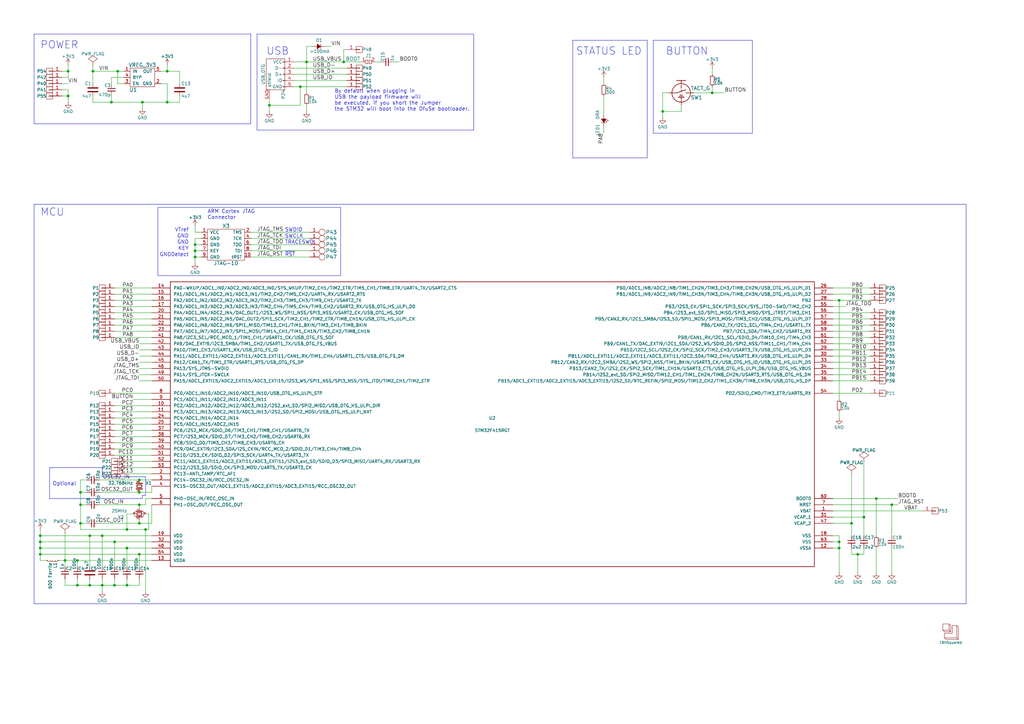
<source format=kicad_sch>
(kicad_sch (version 20230121) (generator eeschema)
  (paper "A3")
  (title_block (title "1BitSy") (rev "V1.0c") (company "1BitSquared") (comment 1 "(C) 2016 Piotr Esden-Tempski <piotr@esden.net>") (comment 2 "(C) 2016 1BitSquared LLC <info@1bitsquared.com>") (comment 3 "License: CC-BY-SA V4.0"))
  (junction (at 110.49 43.18))
  (junction (at 354.33 212.09))
  (junction (at 359.41 204.47))
  (junction (at 16.51 224.79))
  (junction (at 271.78 45.72))
  (junction (at 140.97 25.4))
  (junction (at 33.02 201.93))
  (junction (at 349.25 214.63))
  (junction (at 57.15 201.93))
  (junction (at 16.51 227.33))
  (junction (at 31.75 229.87))
  (junction (at 16.51 219.71))
  (junction (at 365.76 207.01))
  (junction (at 41.91 219.71))
  (junction (at 33.02 207.01))
  (junction (at 68.58 29.21))
  (junction (at 344.17 222.25))
  (junction (at 45.72 41.91))
  (junction (at 33.02 214.63))
  (junction (at 27.94 39.37))
  (junction (at 52.07 240.03))
  (junction (at 59.69 217.17))
  (junction (at 351.79 227.33))
  (junction (at 125.73 25.4))
  (junction (at 52.07 217.17))
  (junction (at 46.99 222.25))
  (junction (at 57.15 196.85))
  (junction (at 36.83 240.03))
  (junction (at 80.01 105.41))
  (junction (at 57.15 207.01))
  (junction (at 46.99 240.03))
  (junction (at 27.94 29.21))
  (junction (at 16.51 222.25))
  (junction (at 26.67 229.87))
  (junction (at 80.01 100.33))
  (junction (at 52.07 224.79))
  (junction (at 58.42 41.91))
  (junction (at 292.1 38.1))
  (junction (at 57.15 214.63))
  (junction (at 344.17 123.19))
  (junction (at 36.83 219.71))
  (junction (at 80.01 102.87))
  (junction (at 38.1 29.21))
  (junction (at 68.58 41.91))
  (junction (at 31.75 240.03))
  (junction (at 123.19 35.56))
  (junction (at 48.26 29.21))
  (junction (at 57.15 227.33))
  (junction (at 41.91 240.03))
  (junction (at 344.17 224.79))
  (polyline (pts (xy 13.97 83.82) (xy 396.24 83.82)))
  (wire (pts (xy 16.51 229.87) (xy 19.05 229.87)))
  (wire (pts (xy 140.97 20.32) (xy 140.97 25.4)))
  (wire (pts (xy 50.8 31.75) (xy 45.72 31.75)))
  (wire (pts (xy 26.67 229.87) (xy 26.67 232.41)))
  (wire (pts (xy 33.02 207.01) (xy 35.56 207.01)))
  (polyline (pts (xy 396.24 247.65) (xy 13.97 247.65)))
  (wire (pts (xy 46.99 168.91) (xy 62.23 168.91)))
  (wire (pts (xy 57.15 214.63) (xy 62.23 214.63)))
  (wire (pts (xy 52.07 237.49) (xy 52.07 240.03)))
  (wire (pts (xy 36.83 232.41) (xy 36.83 219.71)))
  (wire (pts (xy 354.33 189.23) (xy 354.33 212.09)))
  (wire (pts (xy 31.75 240.03) (xy 36.83 240.03)))
  (wire (pts (xy 123.19 43.18) (xy 123.19 35.56)))
  (wire (pts (xy 46.99 237.49) (xy 46.99 240.03)))
  (wire (pts (xy 359.41 224.79) (xy 359.41 234.95)))
  (wire (pts (xy 57.15 208.28) (xy 57.15 207.01)))
  (polyline (pts (xy 396.24 83.82) (xy 396.24 247.65)))
  (wire (pts (xy 25.4 29.21) (xy 27.94 29.21)))
  (wire (pts (xy 341.63 209.55) (xy 378.46 209.55)))
  (wire (pts (xy 341.63 219.71) (xy 344.17 219.71)))
  (wire (pts (xy 341.63 118.11) (xy 356.87 118.11)))
  (wire (pts (xy 54.61 210.82) (xy 52.07 210.82)))
  (wire (pts (xy 341.63 224.79) (xy 344.17 224.79)))
  (wire (pts (xy 52.07 194.31) (xy 62.23 194.31)))
  (wire (pts (xy 80.01 100.33) (xy 80.01 102.87)))
  (wire (pts (xy 48.26 29.21) (xy 50.8 29.21)))
  (wire (pts (xy 271.78 45.72) (xy 271.78 48.26)))
  (polyline (pts (xy 234.95 16.51) (xy 265.43 16.51)))
  (polyline (pts (xy 64.77 85.09) (xy 139.7 85.09)))
  (wire (pts (xy 135.89 19.05) (xy 133.35 19.05)))
  (polyline (pts (xy 139.7 85.09) (xy 139.7 113.03)))
  (wire (pts (xy 26.67 240.03) (xy 31.75 240.03)))
  (wire (pts (xy 120.65 33.02) (xy 142.24 33.02)))
  (wire (pts (xy 46.99 179.07) (xy 62.23 179.07)))
  (wire (pts (xy 26.67 218.44) (xy 26.67 229.87)))
  (wire (pts (xy 35.56 196.85) (xy 33.02 196.85)))
  (wire (pts (xy 102.87 95.25) (xy 127 95.25)))
  (wire (pts (xy 359.41 219.71) (xy 359.41 204.47)))
  (wire (pts (xy 46.99 186.69) (xy 62.23 186.69)))
  (wire (pts (xy 46.99 118.11) (xy 62.23 118.11)))
  (wire (pts (xy 62.23 153.67) (xy 57.15 153.67)))
  (wire (pts (xy 46.99 133.35) (xy 62.23 133.35)))
  (wire (pts (xy 41.91 232.41) (xy 41.91 219.71)))
  (wire (pts (xy 38.1 41.91) (xy 38.1 39.37)))
  (wire (pts (xy 59.69 204.47) (xy 62.23 204.47)))
  (polyline (pts (xy 59.69 195.58) (xy 41.91 195.58)))
  (wire (pts (xy 38.1 29.21) (xy 48.26 29.21)))
  (wire (pts (xy 16.51 222.25) (xy 16.51 224.79)))
  (polyline (pts (xy 41.91 191.77) (xy 20.32 191.77)))
  (polyline (pts (xy 102.87 13.97) (xy 13.97 13.97)))
  (wire (pts (xy 45.72 41.91) (xy 58.42 41.91)))
  (wire (pts (xy 57.15 207.01) (xy 59.69 207.01)))
  (wire (pts (xy 68.58 41.91) (xy 73.66 41.91)))
  (polyline (pts (xy 194.31 13.97) (xy 105.41 13.97)))
  (polyline (pts (xy 267.97 16.51) (xy 308.61 16.51)))
  (wire (pts (xy 62.23 201.93) (xy 62.23 199.39)))
  (polyline (pts (xy 41.91 195.58) (xy 41.91 191.77)))
  (wire (pts (xy 341.63 156.21) (xy 356.87 156.21)))
  (polyline (pts (xy 265.43 16.51) (xy 265.43 64.77)))
  (wire (pts (xy 40.64 214.63) (xy 57.15 214.63)))
  (wire (pts (xy 57.15 240.03) (xy 57.15 237.49)))
  (wire (pts (xy 27.94 36.83) (xy 27.94 39.37)))
  (wire (pts (xy 68.58 41.91) (xy 68.58 34.29)))
  (wire (pts (xy 46.99 240.03) (xy 52.07 240.03)))
  (wire (pts (xy 120.65 25.4) (xy 125.73 25.4)))
  (wire (pts (xy 46.99 222.25) (xy 62.23 222.25)))
  (wire (pts (xy 16.51 227.33) (xy 16.51 229.87)))
  (wire (pts (xy 52.07 210.82) (xy 52.07 217.17)))
  (wire (pts (xy 31.75 232.41) (xy 31.75 229.87)))
  (wire (pts (xy 341.63 135.89) (xy 356.87 135.89)))
  (wire (pts (xy 41.91 237.49) (xy 41.91 240.03)))
  (wire (pts (xy 46.99 123.19) (xy 62.23 123.19)))
  (wire (pts (xy 26.67 229.87) (xy 31.75 229.87)))
  (wire (pts (xy 279.4 43.18) (xy 279.4 45.72)))
  (wire (pts (xy 120.65 27.94) (xy 142.24 27.94)))
  (wire (pts (xy 341.63 125.73) (xy 346.71 125.73)))
  (wire (pts (xy 26.67 237.49) (xy 26.67 240.03)))
  (wire (pts (xy 344.17 224.79) (xy 344.17 234.95)))
  (wire (pts (xy 57.15 146.05) (xy 62.23 146.05)))
  (polyline (pts (xy 105.41 13.97) (xy 105.41 53.34)))
  (wire (pts (xy 142.24 20.32) (xy 140.97 20.32)))
  (wire (pts (xy 341.63 143.51) (xy 356.87 143.51)))
  (wire (pts (xy 46.99 125.73) (xy 62.23 125.73)))
  (wire (pts (xy 102.87 100.33) (xy 127 100.33)))
  (wire (pts (xy 59.69 207.01) (xy 59.69 204.47)))
  (wire (pts (xy 46.99 130.81) (xy 62.23 130.81)))
  (wire (pts (xy 36.83 219.71) (xy 41.91 219.71)))
  (wire (pts (xy 359.41 204.47) (xy 368.3 204.47)))
  (wire (pts (xy 284.48 38.1) (xy 292.1 38.1)))
  (wire (pts (xy 33.02 214.63) (xy 33.02 217.17)))
  (wire (pts (xy 33.02 201.93) (xy 33.02 207.01)))
  (wire (pts (xy 25.4 34.29) (xy 27.94 34.29)))
  (wire (pts (xy 274.32 38.1) (xy 271.78 38.1)))
  (wire (pts (xy 341.63 151.13) (xy 356.87 151.13)))
  (wire (pts (xy 120.65 35.56) (xy 123.19 35.56)))
  (wire (pts (xy 341.63 153.67) (xy 356.87 153.67)))
  (wire (pts (xy 82.55 97.79) (xy 80.01 97.79)))
  (polyline (pts (xy 234.95 64.77) (xy 234.95 16.51)))
  (polyline (pts (xy 308.61 54.61) (xy 267.97 54.61)))
  (wire (pts (xy 52.07 191.77) (xy 62.23 191.77)))
  (wire (pts (xy 58.42 41.91) (xy 68.58 41.91)))
  (wire (pts (xy 365.76 207.01) (xy 368.3 207.01)))
  (wire (pts (xy 365.76 224.79) (xy 365.76 234.95)))
  (wire (pts (xy 110.49 40.64) (xy 110.49 43.18)))
  (wire (pts (xy 52.07 217.17) (xy 59.69 217.17)))
  (wire (pts (xy 40.64 201.93) (xy 57.15 201.93)))
  (wire (pts (xy 62.23 148.59) (xy 57.15 148.59)))
  (polyline (pts (xy 308.61 16.51) (xy 308.61 54.61)))
  (wire (pts (xy 344.17 123.19) (xy 344.17 163.83)))
  (wire (pts (xy 349.25 224.79) (xy 349.25 227.33)))
  (wire (pts (xy 16.51 217.17) (xy 16.51 219.71)))
  (wire (pts (xy 16.51 219.71) (xy 16.51 222.25)))
  (polyline (pts (xy 194.31 53.34) (xy 194.31 13.97)))
  (wire (pts (xy 66.04 34.29) (xy 68.58 34.29)))
  (wire (pts (xy 341.63 120.65) (xy 356.87 120.65)))
  (wire (pts (xy 40.64 196.85) (xy 57.15 196.85)))
  (wire (pts (xy 82.55 95.25) (xy 80.01 95.25)))
  (polyline (pts (xy 20.32 191.77) (xy 20.32 204.47)))
  (wire (pts (xy 80.01 102.87) (xy 80.01 105.41)))
  (wire (pts (xy 16.51 227.33) (xy 57.15 227.33)))
  (wire (pts (xy 140.97 25.4) (xy 148.59 25.4)))
  (wire (pts (xy 125.73 19.05) (xy 125.73 25.4)))
  (wire (pts (xy 247.65 52.07) (xy 247.65 54.61)))
  (wire (pts (xy 16.51 222.25) (xy 46.99 222.25)))
  (wire (pts (xy 46.99 232.41) (xy 46.99 222.25)))
  (wire (pts (xy 46.99 161.29) (xy 62.23 161.29)))
  (wire (pts (xy 365.76 207.01) (xy 365.76 219.71)))
  (wire (pts (xy 292.1 38.1) (xy 292.1 35.56)))
  (wire (pts (xy 57.15 196.85) (xy 62.23 196.85)))
  (wire (pts (xy 25.4 36.83) (xy 27.94 36.83)))
  (wire (pts (xy 16.51 224.79) (xy 52.07 224.79)))
  (wire (pts (xy 59.69 210.82) (xy 60.96 210.82)))
  (wire (pts (xy 59.69 217.17) (xy 60.96 217.17)))
  (wire (pts (xy 125.73 25.4) (xy 140.97 25.4)))
  (wire (pts (xy 82.55 100.33) (xy 80.01 100.33)))
  (wire (pts (xy 46.99 184.15) (xy 62.23 184.15)))
  (polyline (pts (xy 58.42 203.2) (xy 59.69 203.2)))
  (wire (pts (xy 46.99 135.89) (xy 62.23 135.89)))
  (wire (pts (xy 31.75 237.49) (xy 31.75 240.03)))
  (wire (pts (xy 341.63 222.25) (xy 344.17 222.25)))
  (wire (pts (xy 54.61 163.83) (xy 62.23 163.83)))
  (wire (pts (xy 31.75 229.87) (xy 62.23 229.87)))
  (wire (pts (xy 341.63 204.47) (xy 359.41 204.47)))
  (wire (pts (xy 341.63 123.19) (xy 344.17 123.19)))
  (wire (pts (xy 27.94 31.75) (xy 25.4 31.75)))
  (wire (pts (xy 46.99 171.45) (xy 62.23 171.45)))
  (wire (pts (xy 161.29 25.4) (xy 163.83 25.4)))
  (wire (pts (xy 125.73 43.18) (xy 125.73 45.72)))
  (wire (pts (xy 16.51 224.79) (xy 16.51 227.33)))
  (wire (pts (xy 125.73 25.4) (xy 125.73 38.1)))
  (wire (pts (xy 354.33 212.09) (xy 354.33 219.71)))
  (wire (pts (xy 46.99 128.27) (xy 62.23 128.27)))
  (wire (pts (xy 38.1 41.91) (xy 45.72 41.91)))
  (wire (pts (xy 48.26 29.21) (xy 48.26 34.29)))
  (wire (pts (xy 41.91 240.03) (xy 41.91 242.57)))
  (wire (pts (xy 41.91 240.03) (xy 46.99 240.03)))
  (wire (pts (xy 46.99 166.37) (xy 62.23 166.37)))
  (wire (pts (xy 341.63 148.59) (xy 356.87 148.59)))
  (wire (pts (xy 102.87 97.79) (xy 127 97.79)))
  (wire (pts (xy 341.63 130.81) (xy 356.87 130.81)))
  (wire (pts (xy 62.23 143.51) (xy 57.15 143.51)))
  (wire (pts (xy 344.17 222.25) (xy 344.17 224.79)))
  (wire (pts (xy 36.83 237.49) (xy 36.83 240.03)))
  (polyline (pts (xy 102.87 50.8) (xy 102.87 13.97)))
  (polyline (pts (xy 13.97 13.97) (xy 13.97 50.8)))
  (wire (pts (xy 341.63 133.35) (xy 356.87 133.35)))
  (wire (pts (xy 247.65 39.37) (xy 247.65 46.99)))
  (wire (pts (xy 57.15 227.33) (xy 62.23 227.33)))
  (wire (pts (xy 102.87 102.87) (xy 127 102.87)))
  (wire (pts (xy 292.1 30.48) (xy 292.1 27.94)))
  (wire (pts (xy 271.78 38.1) (xy 271.78 45.72)))
  (wire (pts (xy 351.79 227.33) (xy 351.79 234.95)))
  (wire (pts (xy 62.23 140.97) (xy 57.15 140.97)))
  (wire (pts (xy 27.94 39.37) (xy 27.94 41.91)))
  (wire (pts (xy 57.15 201.93) (xy 62.23 201.93)))
  (wire (pts (xy 16.51 219.71) (xy 36.83 219.71)))
  (wire (pts (xy 46.99 173.99) (xy 62.23 173.99)))
  (wire (pts (xy 279.4 45.72) (xy 271.78 45.72)))
  (wire (pts (xy 247.65 31.75) (xy 247.65 34.29)))
  (wire (pts (xy 123.19 43.18) (xy 110.49 43.18)))
  (polyline (pts (xy 13.97 50.8) (xy 102.87 50.8)))
  (wire (pts (xy 52.07 240.03) (xy 57.15 240.03)))
  (wire (pts (xy 82.55 102.87) (xy 80.01 102.87)))
  (polyline (pts (xy 267.97 54.61) (xy 267.97 16.51)))
  (wire (pts (xy 57.15 213.36) (xy 57.15 214.63)))
  (wire (pts (xy 80.01 95.25) (xy 80.01 92.71)))
  (wire (pts (xy 341.63 207.01) (xy 365.76 207.01)))
  (wire (pts (xy 123.19 35.56) (xy 142.24 35.56)))
  (wire (pts (xy 45.72 31.75) (xy 45.72 34.29)))
  (wire (pts (xy 80.01 105.41) (xy 80.01 107.95)))
  (wire (pts (xy 102.87 105.41) (xy 127 105.41)))
  (wire (pts (xy 57.15 232.41) (xy 57.15 227.33)))
  (wire (pts (xy 153.67 25.4) (xy 156.21 25.4)))
  (wire (pts (xy 46.99 181.61) (xy 62.23 181.61)))
  (wire (pts (xy 38.1 26.67) (xy 38.1 29.21)))
  (wire (pts (xy 62.23 151.13) (xy 57.15 151.13)))
  (wire (pts (xy 341.63 212.09) (xy 354.33 212.09)))
  (wire (pts (xy 68.58 29.21) (xy 73.66 29.21)))
  (wire (pts (xy 80.01 97.79) (xy 80.01 100.33)))
  (wire (pts (xy 33.02 207.01) (xy 33.02 214.63)))
  (wire (pts (xy 27.94 26.67) (xy 27.94 29.21)))
  (wire (pts (xy 349.25 227.33) (xy 351.79 227.33)))
  (wire (pts (xy 68.58 26.67) (xy 68.58 29.21)))
  (wire (pts (xy 73.66 29.21) (xy 73.66 34.29)))
  (wire (pts (xy 349.25 214.63) (xy 349.25 219.71)))
  (wire (pts (xy 341.63 214.63) (xy 349.25 214.63)))
  (wire (pts (xy 110.49 43.18) (xy 110.49 45.72)))
  (polyline (pts (xy 105.41 53.34) (xy 194.31 53.34)))
  (wire (pts (xy 344.17 168.91) (xy 344.17 171.45)))
  (wire (pts (xy 52.07 232.41) (xy 52.07 224.79)))
  (polyline (pts (xy 13.97 247.65) (xy 13.97 83.82)))
  (wire (pts (xy 120.65 30.48) (xy 142.24 30.48)))
  (wire (pts (xy 58.42 41.91) (xy 58.42 44.45)))
  (wire (pts (xy 46.99 176.53) (xy 62.23 176.53)))
  (wire (pts (xy 38.1 29.21) (xy 38.1 34.29)))
  (wire (pts (xy 341.63 138.43) (xy 356.87 138.43)))
  (polyline (pts (xy 64.77 113.03) (xy 64.77 85.09)))
  (wire (pts (xy 125.73 19.05) (xy 128.27 19.05)))
  (wire (pts (xy 40.64 207.01) (xy 57.15 207.01)))
  (wire (pts (xy 27.94 39.37) (xy 25.4 39.37)))
  (wire (pts (xy 46.99 138.43) (xy 62.23 138.43)))
  (polyline (pts (xy 58.42 204.47) (xy 58.42 203.2)))
  (wire (pts (xy 349.25 194.31) (xy 349.25 214.63)))
  (wire (pts (xy 62.23 156.21) (xy 57.15 156.21)))
  (wire (pts (xy 36.83 240.03) (xy 41.91 240.03)))
  (polyline (pts (xy 265.43 64.77) (xy 234.95 64.77)))
  (wire (pts (xy 344.17 219.71) (xy 344.17 222.25)))
  (wire (pts (xy 344.17 123.19) (xy 356.87 123.19)))
  (polyline (pts (xy 59.69 203.2) (xy 59.69 195.58)))
  (wire (pts (xy 33.02 196.85) (xy 33.02 201.93)))
  (wire (pts (xy 27.94 29.21) (xy 27.94 31.75)))
  (wire (pts (xy 66.04 29.21) (xy 68.58 29.21)))
  (wire (pts (xy 48.26 34.29) (xy 50.8 34.29)))
  (wire (pts (xy 46.99 120.65) (xy 62.23 120.65)))
  (polyline (pts (xy 20.32 204.47) (xy 58.42 204.47)))
  (wire (pts (xy 41.91 219.71) (xy 62.23 219.71)))
  (wire (pts (xy 354.33 227.33) (xy 354.33 224.79)))
  (wire (pts (xy 24.13 229.87) (xy 26.67 229.87)))
  (wire (pts (xy 292.1 38.1) (xy 297.18 38.1)))
  (wire (pts (xy 33.02 214.63) (xy 35.56 214.63)))
  (wire (pts (xy 33.02 201.93) (xy 35.56 201.93)))
  (wire (pts (xy 60.96 210.82) (xy 60.96 217.17)))
  (wire (pts (xy 351.79 227.33) (xy 354.33 227.33)))
  (wire (pts (xy 59.69 217.17) (xy 59.69 242.57)))
  (wire (pts (xy 341.63 140.97) (xy 356.87 140.97)))
  (wire (pts (xy 341.63 146.05) (xy 356.87 146.05)))
  (polyline (pts (xy 139.7 113.03) (xy 64.77 113.03)))
  (wire (pts (xy 33.02 217.17) (xy 52.07 217.17)))
  (wire (pts (xy 73.66 41.91) (xy 73.66 39.37)))
  (wire (pts (xy 45.72 39.37) (xy 45.72 41.91)))
  (wire (pts (xy 341.63 128.27) (xy 356.87 128.27)))
  (wire (pts (xy 52.07 189.23) (xy 62.23 189.23)))
  (wire (pts (xy 341.63 161.29) (xy 356.87 161.29)))
  (wire (pts (xy 52.07 224.79) (xy 62.23 224.79)))
  (wire (pts (xy 82.55 105.41) (xy 80.01 105.41)))
  (wire (pts (xy 62.23 214.63) (xy 62.23 207.01)))
  (text "Optional" (at 21.59 199.39 0) (effects (font (size 1.524 1.524)) (justify left bottom)))
  (text "TRACESWO" (at 116.84 100.33 0) (effects (font (size 1.524 1.524)) (justify left bottom)))
  (text "BUTTON" (at 273.05 22.86 0) (effects (font (size 3.048 3.048)) (justify left bottom)))
  (text "USB" (at 109.22 22.86 0) (effects (font (size 3.048 3.048)) (justify left bottom)))
  (text "GND" (at 77.47 100.33 0) (effects (font (size 1.524 1.524)) (justify right bottom)))
  (text "GNDDetect" (at 77.47 105.41 0) (effects (font (size 1.524 1.524)) (justify right bottom)))
  (text "~{RST}" (at 116.84 105.41 0) (effects (font (size 1.524 1.524)) (justify left bottom)))
  (text "POWER" (at 16.51 20.32 0) (effects (font (size 3.048 3.048)) (justify left bottom)))
  (text "MCU" (at 16.51 88.9 0) (effects (font (size 3.048 3.048)) (justify left bottom)))
  (text "STATUS LED" (at 236.22 22.86 0) (effects (font (size 3.048 3.048)) (justify left bottom)))
  (text "KEY" (at 77.47 102.87 0) (effects (font (size 1.524 1.524)) (justify right bottom)))
  (text "ARM Cortex JTAG\nConnector" (at 85.09 90.17 0) (effects (font (size 1.524 1.524)) (justify left bottom)))
  (text "SWCLK" (at 116.84 97.79 0) (effects (font (size 1.524 1.524)) (justify left bottom)))
  (text "GND" (at 77.47 97.79 0) (effects (font (size 1.524 1.524)) (justify right bottom)))
  (text "VTref" (at 77.47 95.25 0) (effects (font (size 1.524 1.524)) (justify right bottom)))
  (text "By default when plugging in\nUSB the payload firmware will\nbe executed, if you short the Jumper\nthe STM32 will boot into the DfuSe bootloader." (at 137.16 45.72 0) (effects (font (size 1.524 1.524)) (justify left bottom)))
  (text "SWDIO" (at 116.84 95.25 0) (effects (font (size 1.524 1.524)) (justify left bottom)))
  (label "PC0" (at 54.61 161.29 180) (effects (font (size 1.524 1.524))))
  (label "PC6" (at 54.61 176.53 180) (effects (font (size 1.524 1.524))))
  (label "OSC32_IN" (at 53.34 196.85 180) (effects (font (size 1.524 1.524))))
  (label "PC4" (at 54.61 171.45 180) (effects (font (size 1.524 1.524))))
  (label "JTAG_TMS" (at 57.15 151.13 180) (effects (font (size 1.524 1.524))))
  (label "PC5" (at 54.61 173.99 180) (effects (font (size 1.524 1.524))))
  (label "PB4" (at 349.25 128.27 0) (effects (font (size 1.524 1.524))))
  (label "USB_D-" (at 128.27 27.94 0) (effects (font (size 1.524 1.524))))
  (label "PC2" (at 54.61 166.37 180) (effects (font (size 1.524 1.524))))
  (label "BOOT0" (at 368.3 204.47 0) (effects (font (size 1.524 1.524))))
  (label "PC7" (at 54.61 179.07 180) (effects (font (size 1.524 1.524))))
  (label "PC3" (at 54.61 168.91 180) (effects (font (size 1.524 1.524))))
  (label "PC11" (at 54.61 189.23 180) (effects (font (size 1.524 1.524))))
  (label "PB11" (at 349.25 146.05 0) (effects (font (size 1.524 1.524))))
  (label "PD2" (at 349.25 161.29 0) (effects (font (size 1.524 1.524))))
  (label "PC8" (at 54.61 181.61 180) (effects (font (size 1.524 1.524))))
  (label "USB_VBUS" (at 128.27 25.4 0) (effects (font (size 1.524 1.524))))
  (label "BOOT0" (at 163.83 25.4 0) (effects (font (size 1.524 1.524))))
  (label "JTAG_RST" (at 105.41 105.41 0) (effects (font (size 1.524 1.524))))
  (label "PB5" (at 349.25 130.81 0) (effects (font (size 1.524 1.524))))
  (label "PC12" (at 54.61 191.77 180) (effects (font (size 1.524 1.524))))
  (label "BUTTON" (at 297.18 38.1 0) (effects (font (size 1.524 1.524))))
  (label "JTAG_TDI" (at 57.15 156.21 180) (effects (font (size 1.524 1.524))))
  (label "JTAG_TDO" (at 346.71 125.73 0) (effects (font (size 1.524 1.524))))
  (label "PB7" (at 349.25 135.89 0) (effects (font (size 1.524 1.524))))
  (label "PA5" (at 54.61 130.81 180) (effects (font (size 1.524 1.524))))
  (label "OSC_IN" (at 50.8 207.01 180) (effects (font (size 1.524 1.524))))
  (label "OSC32_OUT" (at 54.61 201.93 180) (effects (font (size 1.524 1.524))))
  (label "PA8" (at 247.65 54.61 270) (effects (font (size 1.524 1.524))))
  (label "JTAG_TMS" (at 105.41 95.25 0) (effects (font (size 1.524 1.524))))
  (label "JTAG_TDI" (at 105.41 102.87 0) (effects (font (size 1.524 1.524))))
  (label "PA4" (at 54.61 128.27 180) (effects (font (size 1.524 1.524))))
  (label "JTAG_TDO" (at 105.41 100.33 0) (effects (font (size 1.524 1.524))))
  (label "PB2" (at 349.25 123.19 0) (effects (font (size 1.524 1.524))))
  (label "VIN" (at 44.45 29.21 180) (effects (font (size 1.524 1.524))))
  (label "JTAG_RST" (at 368.3 207.01 0) (effects (font (size 1.524 1.524))))
  (label "VBAT" (at 370.84 209.55 0) (effects (font (size 1.524 1.524))))
  (label "PB6" (at 349.25 133.35 0) (effects (font (size 1.524 1.524))))
  (label "USB_ID" (at 57.15 143.51 180) (effects (font (size 1.524 1.524))))
  (label "BUTTON" (at 54.61 163.83 180) (effects (font (size 1.524 1.524))))
  (label "PA2" (at 54.61 123.19 180) (effects (font (size 1.524 1.524))))
  (label "USB_VBUS" (at 57.15 140.97 180) (effects (font (size 1.524 1.524))))
  (label "PB15" (at 349.25 156.21 0) (effects (font (size 1.524 1.524))))
  (label "VIN" (at 135.89 19.05 0) (effects (font (size 1.524 1.524))))
  (label "PB1" (at 349.25 120.65 0) (effects (font (size 1.524 1.524))))
  (label "VIN" (at 27.94 34.29 0) (effects (font (size 1.524 1.524))))
  (label "PB13" (at 349.25 151.13 0) (effects (font (size 1.524 1.524))))
  (label "PA1" (at 54.61 120.65 180) (effects (font (size 1.524 1.524))))
  (label "PA6" (at 54.61 133.35 180) (effects (font (size 1.524 1.524))))
  (label "JTAG_TCK" (at 57.15 153.67 180) (effects (font (size 1.524 1.524))))
  (label "JTAG_TCK" (at 105.41 97.79 0) (effects (font (size 1.524 1.524))))
  (label "PB9" (at 349.25 140.97 0) (effects (font (size 1.524 1.524))))
  (label "PC13" (at 54.61 194.31 180) (effects (font (size 1.524 1.524))))
  (label "USB_D+" (at 128.27 30.48 0) (effects (font (size 1.524 1.524))))
  (label "PA8" (at 54.61 138.43 180) (effects (font (size 1.524 1.524))))
  (label "PA0" (at 54.61 118.11 180) (effects (font (size 1.524 1.524))))
  (label "OSC_OUT" (at 50.8 214.63 180) (effects (font (size 1.524 1.524))))
  (label "PB10" (at 349.25 143.51 0) (effects (font (size 1.524 1.524))))
  (label "PB8" (at 349.25 138.43 0) (effects (font (size 1.524 1.524))))
  (label "USB_D-" (at 57.15 146.05 180) (effects (font (size 1.524 1.524))))
  (label "USB_D+" (at 57.15 148.59 180) (effects (font (size 1.524 1.524))))
  (label "PB12" (at 349.25 148.59 0) (effects (font (size 1.524 1.524))))
  (label "PB14" (at 349.25 153.67 0) (effects (font (size 1.524 1.524))))
  (label "PC10" (at 54.61 186.69 180) (effects (font (size 1.524 1.524))))
  (label "PA3" (at 54.61 125.73 180) (effects (font (size 1.524 1.524))))
  (label "PB0" (at 349.25 118.11 0) (effects (font (size 1.524 1.524))))
  (label "PA7" (at 54.61 135.89 180) (effects (font (size 1.524 1.524))))
  (label "USB_ID" (at 128.27 33.02 0) (effects (font (size 1.524 1.524))))
  (label "PC9" (at 54.61 184.15 180) (effects (font (size 1.524 1.524))))
  (symbol (lib_id "1bitsy-rescue:STM32F415RGTx") (at 201.93 173.99 0) (unit 1)
    (property "Reference" "U2" (at 201.93 171.45 0))
    (property "Value" "STM32F415RGT" (at 201.93 176.53 0))
    (property "Footprint" "pkl_housings_qfp:LQFP-64_10x10mm_Pitch0.5mm" (effects hide))
    (property "Key" "ic-mcu-stm32f415rgt6" (effects hide))
    (property "MFN" "STM32F415RGT6" (effects hide))
    (property "Package ID" "LQFP-64" (effects hide))
    (property "Source" "ANY" (effects hide))
  )
  (symbol (lib_id "1bitsy-rescue:pkl_XTAL_XGXG") (at 57.15 210.82 270) (unit 1)
    (property "Reference" "X2" (at 49.53 212.09 90))
    (property "Value" "25MHz" (at 45.72 209.55 90) (effects (justify left)))
    (property "Footprint" "pkl_misc:ABM8" (effects hide))
    (property "Key" "xtal-abm8-25mhz" (effects hide))
    (property "MFN" "ABM8G-24.000MHZ-B4Y-T" (effects hide))
    (property "Source" "ANY" (effects hide))
  )
  (symbol (lib_id "1bitsy-rescue:GND") (at 59.69 242.57 0) (unit 1)
    (property "Reference" "#PWR6" (effects hide))
    (property "Value" "GND" (at 59.69 246.38 0))
  )
  (symbol (lib_id "1bitsy-rescue:pkl_C_Small") (at 38.1 207.01 90) (unit 1)
    (property "Reference" "C8" (at 36.322 206.756 0) (effects (justify left)))
    (property "Value" "10p" (at 40.132 206.756 0) (effects (justify left)))
    (property "Footprint" "pkl_dipol:C_0402" (effects hide))
    (property "Key" "cap-cer-0402-10p" (effects hide))
    (property "Package ID" "0402" (effects hide))
    (property "Source" "ANY" (effects hide))
  )
  (symbol (lib_id "1bitsy-rescue:pkl_C_Small") (at 38.1 214.63 90) (unit 1)
    (property "Reference" "C9" (at 36.322 214.376 0) (effects (justify left)))
    (property "Value" "10p" (at 40.132 214.376 0) (effects (justify left)))
    (property "Footprint" "pkl_dipol:C_0402" (effects hide))
    (property "Key" "cap-cer-0402-10p" (effects hide))
    (property "Package ID" "0402" (effects hide))
    (property "Source" "ANY" (effects hide))
  )
  (symbol (lib_id "1bitsy-rescue:+3V3") (at 16.51 217.17 0) (unit 1)
    (property "Reference" "#PWR1" (effects hide))
    (property "Value" "+3V3" (at 16.51 213.614 0))
  )
  (symbol (lib_id "1bitsy-rescue:pkl_L_Small") (at 21.59 229.87 270) (unit 1)
    (property "Reference" "L1" (at 22.606 230.632 0) (effects (justify left)))
    (property "Value" "600 Ferrite" (at 20.574 230.632 0) (effects (justify left)))
    (property "Footprint" "pkl_dipol:L_0402" (effects hide))
    (property "Key" "ferrite-0402-600" (effects hide))
    (property "Characteristics" "600Ohm" (effects hide))
    (property "Package ID" "0402" (effects hide))
    (property "Source" "ANY" (effects hide))
  )
  (symbol (lib_id "1bitsy-rescue:GND") (at 344.17 234.95 0) (unit 1)
    (property "Reference" "#PWR16" (effects hide))
    (property "Value" "GND" (at 344.17 238.76 0))
  )
  (symbol (lib_id "1bitsy-rescue:pkl_C_Small") (at 57.15 234.95 0) (unit 1)
    (property "Reference" "C14" (at 57.404 233.172 0) (effects (justify left)))
    (property "Value" "100n" (at 55.88 233.68 90) (effects (justify left)))
    (property "Footprint" "pkl_dipol:C_0402" (effects hide))
    (property "Key" "cap-cer-0402-100n" (effects hide))
    (property "Package ID" "0402" (effects hide))
    (property "Source" "ANY" (effects hide))
  )
  (symbol (lib_id "1bitsy-rescue:pkl_C_Small") (at 52.07 234.95 0) (unit 1)
    (property "Reference" "C12" (at 52.324 233.172 0) (effects (justify left)))
    (property "Value" "100n" (at 50.8 233.68 90) (effects (justify left)))
    (property "Footprint" "pkl_dipol:C_0402" (effects hide))
    (property "Key" "cap-cer-0402-100n" (effects hide))
    (property "Package ID" "0402" (effects hide))
    (property "Source" "ANY" (effects hide))
  )
  (symbol (lib_id "1bitsy-rescue:pkl_C_Small") (at 46.99 234.95 0) (unit 1)
    (property "Reference" "C11" (at 47.244 233.172 0) (effects (justify left)))
    (property "Value" "100n" (at 45.72 233.68 90) (effects (justify left)))
    (property "Footprint" "pkl_dipol:C_0402" (effects hide))
    (property "Key" "cap-cer-0402-100n" (effects hide))
    (property "Package ID" "0402" (effects hide))
    (property "Source" "ANY" (effects hide))
  )
  (symbol (lib_id "1bitsy-rescue:pkl_C_Small") (at 41.91 234.95 0) (unit 1)
    (property "Reference" "C10" (at 42.164 233.172 0) (effects (justify left)))
    (property "Value" "100n" (at 40.64 233.68 90) (effects (justify left)))
    (property "Footprint" "pkl_dipol:C_0402" (effects hide))
    (property "Key" "cap-cer-0402-100n" (effects hide))
    (property "Package ID" "0402" (effects hide))
    (property "Source" "ANY" (effects hide))
  )
  (symbol (lib_id "1bitsy-rescue:pkl_C_Small") (at 31.75 234.95 0) (unit 1)
    (property "Reference" "C4" (at 32.004 233.172 0) (effects (justify left)))
    (property "Value" "100n" (at 30.48 233.68 90) (effects (justify left)))
    (property "Footprint" "pkl_dipol:C_0402" (effects hide))
    (property "Key" "cap-cer-0402-100n" (effects hide))
    (property "Package ID" "0402" (effects hide))
    (property "Source" "ANY" (effects hide))
  )
  (symbol (lib_id "1bitsy-rescue:pkl_C_Small") (at 26.67 234.95 0) (unit 1)
    (property "Reference" "C2" (at 26.924 233.172 0) (effects (justify left)))
    (property "Value" "1u" (at 25.4 233.68 90) (effects (justify left)))
    (property "Footprint" "pkl_dipol:C_0402" (effects hide))
    (property "Key" "cap-cer-0402-1u" (effects hide))
    (property "Package ID" "0402" (effects hide))
    (property "Source" "ANY" (effects hide))
  )
  (symbol (lib_id "1bitsy-rescue:pkl_C") (at 36.83 234.95 0) (unit 1)
    (property "Reference" "C5" (at 37.084 233.172 0) (effects (justify left)))
    (property "Value" "4u7" (at 35.56 233.68 90) (effects (justify left)))
    (property "Footprint" "pkl_dipol:C_0603" (effects hide))
    (property "Key" "cap-cer-0603-4u7" (effects hide))
    (property "Package ID" "0603" (effects hide))
    (property "Source" "ANY" (effects hide))
  )
  (symbol (lib_id "1bitsy-rescue:GND") (at 41.91 242.57 0) (unit 1)
    (property "Reference" "#PWR4" (effects hide))
    (property "Value" "GND" (at 41.91 246.38 0))
  )
  (symbol (lib_id "1bitsy-rescue:pkl_C_Small") (at 349.25 222.25 0) (unit 1)
    (property "Reference" "C16" (at 349.504 220.472 0) (effects (justify left)))
    (property "Value" "2u2" (at 349.504 224.282 0) (effects (justify left)))
    (property "Footprint" "pkl_dipol:C_0402" (effects hide))
    (property "Key" "cap-cer-0402-2u2" (effects hide))
    (property "Package ID" "0402" (effects hide))
    (property "Source" "ANY" (effects hide))
  )
  (symbol (lib_id "1bitsy-rescue:pkl_C_Small") (at 354.33 222.25 0) (unit 1)
    (property "Reference" "C17" (at 354.584 220.472 0) (effects (justify left)))
    (property "Value" "2u2" (at 354.584 224.282 0) (effects (justify left)))
    (property "Footprint" "pkl_dipol:C_0402" (effects hide))
    (property "Key" "cap-cer-0402-2u2" (effects hide))
    (property "Package ID" "0402" (effects hide))
    (property "Source" "ANY" (effects hide))
  )
  (symbol (lib_id "1bitsy-rescue:GND") (at 351.79 234.95 0) (unit 1)
    (property "Reference" "#PWR17" (effects hide))
    (property "Value" "GND" (at 351.79 238.76 0))
  )
  (symbol (lib_id "1bitsy-rescue:pkl_C_Small") (at 365.76 222.25 0) (unit 1)
    (property "Reference" "C18" (at 366.014 220.472 0) (effects (justify left)))
    (property "Value" "100n" (at 366.014 224.282 0) (effects (justify left)))
    (property "Footprint" "pkl_dipol:C_0402" (effects hide))
    (property "Key" "cap-cer-0402-100n" (effects hide))
    (property "Package ID" "0402" (effects hide))
    (property "Source" "ANY" (effects hide))
  )
  (symbol (lib_id "1bitsy-rescue:GND") (at 365.76 234.95 0) (unit 1)
    (property "Reference" "#PWR19" (effects hide))
    (property "Value" "GND" (at 365.76 238.76 0))
  )
  (symbol (lib_id "1bitsy-rescue:pkl_R_Small") (at 359.41 222.25 0) (unit 1)
    (property "Reference" "R3" (at 360.172 221.742 0) (effects (justify left)))
    (property "Value" "10k" (at 360.172 223.266 0) (effects (justify left)))
    (property "Footprint" "pkl_dipol:R_0402" (effects hide))
    (property "Key" "res-0402-10k" (effects hide))
    (property "Package ID" "0402" (effects hide))
    (property "Source" "ANY" (effects hide))
  )
  (symbol (lib_id "1bitsy-rescue:GND") (at 359.41 234.95 0) (unit 1)
    (property "Reference" "#PWR18" (effects hide))
    (property "Value" "GND" (at 359.41 238.76 0))
  )
  (symbol (lib_id "1bitsy-rescue:pkl_R_Small") (at 344.17 166.37 0) (unit 1)
    (property "Reference" "R2" (at 344.932 165.862 0) (effects (justify left)))
    (property "Value" "10k" (at 344.932 167.386 0) (effects (justify left)))
    (property "Footprint" "pkl_dipol:R_0402" (effects hide))
    (property "Key" "res-0402-10k" (effects hide))
    (property "Package ID" "0402" (effects hide))
    (property "Source" "ANY" (effects hide))
  )
  (symbol (lib_id "1bitsy-rescue:GND") (at 344.17 171.45 0) (unit 1)
    (property "Reference" "#PWR15" (effects hide))
    (property "Value" "GND" (at 344.17 175.26 0))
  )
  (symbol (lib_id "1bitsy-rescue:TACT_G") (at 279.4 38.1 0) (unit 1)
    (property "Reference" "SW1" (at 283.21 40.005 0) (effects (font (size 1.524 1.524)) (justify left)))
    (property "Value" "TACT_G" (at 283.21 36.195 0) (effects (font (size 1.524 1.524)) (justify left)))
    (property "Footprint" "pkl_buttons_switches:Tact_Switch_Top_B3U-1000P" (effects hide))
    (property "Key" "sw-tact-side-boss-gnd-3.0-2.5" (effects hide))
    (property "MFN" "B3U-1000P" (effects hide))
    (property "Source" "ANY" (effects hide))
  )
  (symbol (lib_id "1bitsy-rescue:GND") (at 271.78 48.26 0) (unit 1)
    (property "Reference" "#PWR13" (effects hide))
    (property "Value" "GND" (at 271.78 52.07 0))
  )
  (symbol (lib_id "1bitsy-rescue:pkl_R_Small") (at 292.1 33.02 0) (unit 1)
    (property "Reference" "R5" (at 292.862 32.512 0) (effects (justify left)))
    (property "Value" "10k" (at 292.862 34.036 0) (effects (justify left)))
    (property "Footprint" "pkl_dipol:R_0402" (effects hide))
    (property "Key" "res-0402-10k" (effects hide))
    (property "Package ID" "0402" (effects hide))
    (property "Source" "ANY" (effects hide))
  )
  (symbol (lib_id "1bitsy-rescue:+3V3") (at 292.1 27.94 0) (unit 1)
    (property "Reference" "#PWR14" (effects hide))
    (property "Value" "+3V3" (at 292.1 24.384 0))
  )
  (symbol (lib_id "1bitsy-rescue:JTAG-10") (at 92.71 100.33 0) (unit 1)
    (property "Reference" "X3" (at 92.71 92.71 0) (effects (font (size 1.524 1.524))))
    (property "Value" "JTAG-10" (at 92.71 107.95 0) (effects (font (size 1.524 1.524))))
    (property "Footprint" "pkl_samtec:FTSH-105-XX-X-DV" (effects hide))
    (property "Key" "conn-smd-0.05in-5-2" (effects hide))
    (property "MFN" "FTSH-105-01-F-DV-K" (effects hide))
    (property "Source" "ANY" (effects hide))
    (property "DNP" "DNP" (effects hide))
  )
  (symbol (lib_id "1bitsy-rescue:GND") (at 80.01 107.95 0) (unit 1)
    (property "Reference" "#PWR9" (effects hide))
    (property "Value" "GND" (at 80.01 111.76 0))
  )
  (symbol (lib_id "1bitsy-rescue:+3V3") (at 80.01 92.71 0) (unit 1)
    (property "Reference" "#PWR8" (effects hide))
    (property "Value" "+3V3" (at 80.01 89.154 0))
  )
  (symbol (lib_id "1bitsy-rescue:pkl_USB_OTG") (at 113.03 30.48 90) (mirror x) (unit 1)
    (property "Reference" "P24" (at 116.205 38.735 0))
    (property "Value" "USB_OTG" (at 107.95 30.48 0))
    (property "Footprint" "pkl_connectors:Connector_USB_Micro_B_SMD" (effects hide))
    (property "Key" "conn-smd-usb-micro-b" (effects hide))
    (property "Characteristics" "Surface Mount, Right Angle, SMD, 5pin (OTG) receptacle" (effects hide))
    (property "MFN" "10118192-0001LF" (effects hide))
    (property "Source" "ANY" (effects hide))
  )
  (symbol (lib_id "1bitsy-rescue:GND") (at 110.49 45.72 0) (unit 1)
    (property "Reference" "#PWR10" (effects hide))
    (property "Value" "GND" (at 110.49 49.53 0))
  )
  (symbol (lib_id "1bitsy-rescue:pkl_R_Small") (at 125.73 40.64 0) (unit 1)
    (property "Reference" "R1" (at 126.492 40.132 0) (effects (justify left)))
    (property "Value" "10k" (at 126.492 41.656 0) (effects (justify left)))
    (property "Footprint" "pkl_dipol:R_0402" (effects hide))
    (property "Key" "res-0402-10k" (effects hide))
    (property "Package ID" "0402" (effects hide))
    (property "Source" "ANY" (effects hide))
  )
  (symbol (lib_id "1bitsy-rescue:GND") (at 125.73 45.72 0) (unit 1)
    (property "Reference" "#PWR11" (effects hide))
    (property "Value" "GND" (at 125.73 49.53 0))
  )
  (symbol (lib_id "1bitsy-rescue:pkl_Diode_Small") (at 130.81 19.05 0) (unit 1)
    (property "Reference" "D1" (at 129.54 16.51 0) (effects (justify left)))
    (property "Value" ">100mA" (at 127 21.082 0) (effects (justify left)))
    (property "Footprint" "pkl_dipol:D_0603" (effects hide))
    (property "Key" "diode-schottky-0603" (effects hide))
    (property "Characteristics" ">100mA" (effects hide))
    (property "Package ID" "0603" (effects hide))
    (property "Source" "ANY" (effects hide))
  )
  (symbol (lib_id "1bitsy-rescue:pkl_Led_Small") (at 247.65 49.53 270) (unit 1)
    (property "Reference" "LED1" (at 245.11 50.8 0) (effects (justify left)))
    (property "Value" "ORA" (at 245.11 45.085 0) (effects (justify left)))
    (property "Footprint" "pkl_dipol:D_0603" (effects hide))
    (property "Key" "led-0603-ora" (effects hide))
    (property "Package ID" "0603" (effects hide))
    (property "Source" "ANY" (effects hide))
  )
  (symbol (lib_id "1bitsy-rescue:+3V3") (at 247.65 31.75 0) (unit 1)
    (property "Reference" "#PWR12" (effects hide))
    (property "Value" "+3V3" (at 247.65 28.194 0))
  )
  (symbol (lib_id "1bitsy-rescue:1BitSquared") (at 389.89 259.08 0) (unit 1)
    (property "Reference" "LOGO1" (effects hide))
    (property "Value" "1BitSquared" (at 389.89 263.525 0) (effects (font (size 1.016 1.016))))
    (property "Footprint" "pkl_logos:1b2_Logo_SilkS_7.5mm" (effects hide))
    (property "Source" "ANY" (effects hide))
  )
  (symbol (lib_id "1bitsy-rescue:PWR_FLAG") (at 26.67 218.44 0) (unit 1)
    (property "Reference" "#FLG1" (effects hide))
    (property "Value" "PWR_FLAG" (at 26.67 213.868 0))
  )
  (symbol (lib_id "1bitsy-rescue:PWR_FLAG") (at 349.25 194.31 0) (unit 1)
    (property "Reference" "#FLG3" (effects hide))
    (property "Value" "PWR_FLAG" (at 349.25 189.738 0))
  )
  (symbol (lib_id "1bitsy-rescue:PWR_FLAG") (at 354.33 189.23 0) (unit 1)
    (property "Reference" "#FLG4" (effects hide))
    (property "Value" "PWR_FLAG" (at 354.33 184.658 0))
  )
  (symbol (lib_id "1bitsy-rescue:pkl_R_Small") (at 247.65 36.83 0) (unit 1)
    (property "Reference" "R4" (at 248.412 36.322 0) (effects (justify left)))
    (property "Value" "300" (at 248.412 37.846 0) (effects (justify left)))
    (property "Footprint" "pkl_dipol:R_0402" (effects hide))
    (property "Key" "res-0402-300" (effects hide))
    (property "Package ID" "0402" (effects hide))
    (property "Source" "ANY" (effects hide))
  )
  (symbol (lib_id "1bitsy-rescue:pkl_C_Small") (at 158.75 25.4 90) (unit 1)
    (property "Reference" "C15" (at 156.972 25.146 0) (effects (justify left)))
    (property "Value" "1u" (at 160.782 25.146 0) (effects (justify left)))
    (property "Footprint" "pkl_dipol:C_0402" (effects hide))
    (property "Key" "cap-cer-0402-1u" (effects hide))
    (property "Package ID" "0402" (effects hide))
    (property "Source" "ANY" (effects hide))
  )
  (symbol (lib_id "1bitsy-rescue:pkl_C") (at 38.1 36.83 0) (mirror y) (unit 1)
    (property "Reference" "C1" (at 37.465 34.29 0) (effects (justify left)))
    (property "Value" "4u7" (at 37.465 39.37 0) (effects (justify left)))
    (property "Footprint" "pkl_dipol:C_0603" (effects hide))
    (property "Key" "cap-cer-0603-4u7" (effects hide))
    (property "Package ID" "0603" (effects hide))
    (property "Source" "ANY" (effects hide))
  )
  (symbol (lib_id "1bitsy-rescue:pkl_VREG_5PIN_FIXED") (at 58.42 31.75 0) (unit 1)
    (property "Reference" "U1" (at 54.61 36.83 0) (effects (font (size 1.524 1.524))))
    (property "Value" "VREG_3V3" (at 58.42 26.67 0) (effects (font (size 1.524 1.524))))
    (property "Footprint" "pkl_housings_sot:SOT-23-5" (effects hide))
    (property "Datasheet" "http://www.ti.com/lit/ds/symlink/lp2992.pdf" (effects hide))
    (property "Key" "vreg-sot23-5-3v3" (effects hide))
    (property "MFN" "LP2992AIM5-3.3/NOPB" (effects hide))
    (property "Package ID" "sot23-5" (effects hide))
    (property "Source" "ANY" (effects hide))
  )
  (symbol (lib_id "1bitsy-rescue:pkl_C") (at 73.66 36.83 0) (unit 1)
    (property "Reference" "C13" (at 74.295 34.29 0) (effects (justify left)))
    (property "Value" "4u7" (at 74.295 39.37 0) (effects (justify left)))
    (property "Footprint" "pkl_dipol:C_0603" (effects hide))
    (property "Key" "cap-cer-0603-4u7" (effects hide))
    (property "Package ID" "0603" (effects hide))
    (property "Source" "ANY" (effects hide))
  )
  (symbol (lib_id "1bitsy-rescue:GND") (at 58.42 44.45 0) (unit 1)
    (property "Reference" "#PWR5" (effects hide))
    (property "Value" "GND" (at 58.42 48.26 0))
  )
  (symbol (lib_id "1bitsy-rescue:pkl_C_Small") (at 45.72 36.83 0) (mirror y) (unit 1)
    (property "Reference" "C3" (at 45.466 35.052 0) (effects (justify left)))
    (property "Value" "470p" (at 45.466 38.862 0) (effects (justify left)))
    (property "Footprint" "pkl_dipol:C_0402" (effects hide))
    (property "Key" "cap-cer-0402-470p" (effects hide))
    (property "Package ID" "0402" (effects hide))
    (property "Source" "ANY" (effects hide))
  )
  (symbol (lib_id "1bitsy-rescue:+3V3") (at 68.58 26.67 0) (unit 1)
    (property "Reference" "#PWR7" (effects hide))
    (property "Value" "+3V3" (at 68.58 23.114 0))
  )
  (symbol (lib_id "1bitsy-rescue:PWR_FLAG") (at 38.1 26.67 0) (unit 1)
    (property "Reference" "#FLG2" (effects hide))
    (property "Value" "PWR_FLAG" (at 38.1 22.098 0))
  )
  (symbol (lib_id "1bitsy-rescue:pkl_XTAL_XX") (at 57.15 199.39 90) (unit 1)
    (property "Reference" "X1" (at 60.96 198.12 90))
    (property "Value" "32.768kHz" (at 54.61 198.12 90) (effects (justify left)))
    (property "Footprint" "pkl_misc:ABS07" (effects hide))
    (property "Source" "ANY" (effects hide))
  )
  (symbol (lib_id "1bitsy-rescue:pkl_C_Small") (at 38.1 201.93 90) (unit 1)
    (property "Reference" "C7" (at 36.322 201.676 0) (effects (justify left)))
    (property "Value" "10p" (at 40.132 201.676 0) (effects (justify left)))
    (property "Footprint" "pkl_dipol:C_0603" (effects hide))
    (property "Key" "cap-cer-0603-10p" (effects hide))
    (property "Package ID" "0603" (effects hide))
    (property "Source" "ANY" (effects hide))
  )
  (symbol (lib_id "1bitsy-rescue:pkl_C_Small") (at 38.1 196.85 90) (unit 1)
    (property "Reference" "C6" (at 36.322 196.596 0) (effects (justify left)))
    (property "Value" "10p" (at 40.132 196.596 0) (effects (justify left)))
    (property "Footprint" "pkl_dipol:C_0603" (effects hide))
    (property "Key" "cap-cer-0603-10p" (effects hide))
    (property "Package ID" "0603" (effects hide))
    (property "Source" "ANY" (effects hide))
  )
  (symbol (lib_id "1bitsy-rescue:CONN_01X01") (at 361.95 118.11 0) (unit 1)
    (property "Reference" "P25" (at 363.22 118.11 0) (effects (justify left)))
    (property "Value" "CONN_01X01" (effects hide))
    (property "Footprint" "pkl_pin_headers:Pin_Header_Straight_Round_1x01" (effects hide))
    (property "Source" "ANY" (effects hide))
  )
  (symbol (lib_id "1bitsy-rescue:CONN_01X01") (at 361.95 120.65 0) (unit 1)
    (property "Reference" "P26" (at 363.22 120.65 0) (effects (justify left)))
    (property "Value" "CONN_01X01" (effects hide))
    (property "Footprint" "pkl_pin_headers:Pin_Header_Straight_Round_1x01" (effects hide))
    (property "Source" "ANY" (effects hide))
  )
  (symbol (lib_id "1bitsy-rescue:CONN_01X01") (at 361.95 123.19 0) (unit 1)
    (property "Reference" "P27" (at 363.22 123.19 0) (effects (justify left)))
    (property "Value" "CONN_01X01" (effects hide))
    (property "Footprint" "pkl_pin_headers:Pin_Header_Straight_Round_1x01" (effects hide))
    (property "Source" "ANY" (effects hide))
  )
  (symbol (lib_id "1bitsy-rescue:CONN_01X01") (at 361.95 128.27 0) (unit 1)
    (property "Reference" "P28" (at 363.22 128.27 0) (effects (justify left)))
    (property "Value" "CONN_01X01" (effects hide))
    (property "Footprint" "pkl_pin_headers:Pin_Header_Straight_Round_1x01" (effects hide))
    (property "Source" "ANY" (effects hide))
  )
  (symbol (lib_id "1bitsy-rescue:CONN_01X01") (at 361.95 130.81 0) (unit 1)
    (property "Reference" "P29" (at 363.22 130.81 0) (effects (justify left)))
    (property "Value" "CONN_01X01" (effects hide))
    (property "Footprint" "pkl_pin_headers:Pin_Header_Straight_Round_1x01" (effects hide))
    (property "Source" "ANY" (effects hide))
  )
  (symbol (lib_id "1bitsy-rescue:CONN_01X01") (at 361.95 133.35 0) (unit 1)
    (property "Reference" "P30" (at 363.22 133.35 0) (effects (justify left)))
    (property "Value" "CONN_01X01" (effects hide))
    (property "Footprint" "pkl_pin_headers:Pin_Header_Straight_Round_1x01" (effects hide))
    (property "Source" "ANY" (effects hide))
  )
  (symbol (lib_id "1bitsy-rescue:CONN_01X01") (at 361.95 135.89 0) (unit 1)
    (property "Reference" "P31" (at 363.22 135.89 0) (effects (justify left)))
    (property "Value" "CONN_01X01" (effects hide))
    (property "Footprint" "pkl_pin_headers:Pin_Header_Straight_Round_1x01" (effects hide))
    (property "Source" "ANY" (effects hide))
  )
  (symbol (lib_id "1bitsy-rescue:CONN_01X01") (at 361.95 138.43 0) (unit 1)
    (property "Reference" "P32" (at 363.22 138.43 0) (effects (justify left)))
    (property "Value" "CONN_01X01" (effects hide))
    (property "Footprint" "pkl_pin_headers:Pin_Header_Straight_Round_1x01" (effects hide))
    (property "Source" "ANY" (effects hide))
  )
  (symbol (lib_id "1bitsy-rescue:CONN_01X01") (at 361.95 140.97 0) (unit 1)
    (property "Reference" "P33" (at 363.22 140.97 0) (effects (justify left)))
    (property "Value" "CONN_01X01" (effects hide))
    (property "Footprint" "pkl_pin_headers:Pin_Header_Straight_Round_1x01" (effects hide))
    (property "Source" "ANY" (effects hide))
  )
  (symbol (lib_id "1bitsy-rescue:CONN_01X01") (at 361.95 143.51 0) (unit 1)
    (property "Reference" "P34" (at 363.22 143.51 0) (effects (justify left)))
    (property "Value" "CONN_01X01" (effects hide))
    (property "Footprint" "pkl_pin_headers:Pin_Header_Straight_Round_1x01" (effects hide))
    (property "Source" "ANY" (effects hide))
  )
  (symbol (lib_id "1bitsy-rescue:CONN_01X01") (at 361.95 146.05 0) (unit 1)
    (property "Reference" "P35" (at 363.22 146.05 0) (effects (justify left)))
    (property "Value" "CONN_01X01" (effects hide))
    (property "Footprint" "pkl_pin_headers:Pin_Header_Straight_Round_1x01" (effects hide))
    (property "Source" "ANY" (effects hide))
  )
  (symbol (lib_id "1bitsy-rescue:CONN_01X01") (at 361.95 148.59 0) (unit 1)
    (property "Reference" "P36" (at 363.22 148.59 0) (effects (justify left)))
    (property "Value" "CONN_01X01" (effects hide))
    (property "Footprint" "pkl_pin_headers:Pin_Header_Straight_Round_1x01" (effects hide))
    (property "Source" "ANY" (effects hide))
  )
  (symbol (lib_id "1bitsy-rescue:CONN_01X01") (at 361.95 151.13 0) (unit 1)
    (property "Reference" "P37" (at 363.22 151.13 0) (effects (justify left)))
    (property "Value" "CONN_01X01" (effects hide))
    (property "Footprint" "pkl_pin_headers:Pin_Header_Straight_Round_1x01" (effects hide))
    (property "Source" "ANY" (effects hide))
  )
  (symbol (lib_id "1bitsy-rescue:CONN_01X01") (at 361.95 153.67 0) (unit 1)
    (property "Reference" "P38" (at 363.22 153.67 0) (effects (justify left)))
    (property "Value" "CONN_01X01" (effects hide))
    (property "Footprint" "pkl_pin_headers:Pin_Header_Straight_Round_1x01" (effects hide))
    (property "Source" "ANY" (effects hide))
  )
  (symbol (lib_id "1bitsy-rescue:CONN_01X01") (at 361.95 156.21 0) (unit 1)
    (property "Reference" "P39" (at 363.22 156.21 0) (effects (justify left)))
    (property "Value" "CONN_01X01" (effects hide))
    (property "Footprint" "pkl_pin_headers:Pin_Header_Straight_Round_1x01" (effects hide))
    (property "Source" "ANY" (effects hide))
  )
  (symbol (lib_id "1bitsy-rescue:CONN_01X01") (at 41.91 118.11 180) (unit 1)
    (property "Reference" "P1" (at 40.64 118.11 0) (effects (justify left)))
    (property "Value" "CONN_01X01" (effects hide))
    (property "Footprint" "pkl_pin_headers:Pin_Header_Straight_Round_1x01" (effects hide))
    (property "Source" "ANY" (effects hide))
  )
  (symbol (lib_id "1bitsy-rescue:CONN_01X01") (at 41.91 120.65 180) (unit 1)
    (property "Reference" "P2" (at 40.64 120.65 0) (effects (justify left)))
    (property "Value" "CONN_01X01" (effects hide))
    (property "Footprint" "pkl_pin_headers:Pin_Header_Straight_Round_1x01" (effects hide))
    (property "Source" "ANY" (effects hide))
  )
  (symbol (lib_id "1bitsy-rescue:CONN_01X01") (at 41.91 123.19 180) (unit 1)
    (property "Reference" "P3" (at 40.64 123.19 0) (effects (justify left)))
    (property "Value" "CONN_01X01" (effects hide))
    (property "Footprint" "pkl_pin_headers:Pin_Header_Straight_Round_1x01" (effects hide))
    (property "Source" "ANY" (effects hide))
  )
  (symbol (lib_id "1bitsy-rescue:CONN_01X01") (at 41.91 125.73 180) (unit 1)
    (property "Reference" "P4" (at 40.64 125.73 0) (effects (justify left)))
    (property "Value" "CONN_01X01" (effects hide))
    (property "Footprint" "pkl_pin_headers:Pin_Header_Straight_Round_1x01" (effects hide))
    (property "Source" "ANY" (effects hide))
  )
  (symbol (lib_id "1bitsy-rescue:CONN_01X01") (at 41.91 128.27 180) (unit 1)
    (property "Reference" "P5" (at 40.64 128.27 0) (effects (justify left)))
    (property "Value" "CONN_01X01" (effects hide))
    (property "Footprint" "pkl_pin_headers:Pin_Header_Straight_Round_1x01" (effects hide))
    (property "Source" "ANY" (effects hide))
  )
  (symbol (lib_id "1bitsy-rescue:CONN_01X01") (at 41.91 130.81 180) (unit 1)
    (property "Reference" "P6" (at 40.64 130.81 0) (effects (justify left)))
    (property "Value" "CONN_01X01" (effects hide))
    (property "Footprint" "pkl_pin_headers:Pin_Header_Straight_Round_1x01" (effects hide))
    (property "Source" "ANY" (effects hide))
  )
  (symbol (lib_id "1bitsy-rescue:CONN_01X01") (at 41.91 133.35 180) (unit 1)
    (property "Reference" "P7" (at 40.64 133.35 0) (effects (justify left)))
    (property "Value" "CONN_01X01" (effects hide))
    (property "Footprint" "pkl_pin_headers:Pin_Header_Straight_Round_1x01" (effects hide))
    (property "Source" "ANY" (effects hide))
  )
  (symbol (lib_id "1bitsy-rescue:CONN_01X01") (at 41.91 135.89 180) (unit 1)
    (property "Reference" "P8" (at 40.64 135.89 0) (effects (justify left)))
    (property "Value" "CONN_01X01" (effects hide))
    (property "Footprint" "pkl_pin_headers:Pin_Header_Straight_Round_1x01" (effects hide))
    (property "Source" "ANY" (effects hide))
  )
  (symbol (lib_id "1bitsy-rescue:CONN_01X01") (at 41.91 138.43 180) (unit 1)
    (property "Reference" "P9" (at 40.64 138.43 0) (effects (justify left)))
    (property "Value" "CONN_01X01" (effects hide))
    (property "Footprint" "pkl_pin_headers:Pin_Header_Straight_Round_1x01" (effects hide))
    (property "Source" "ANY" (effects hide))
  )
  (symbol (lib_id "1bitsy-rescue:CONN_01X01") (at 41.91 161.29 180) (unit 1)
    (property "Reference" "P10" (at 40.64 161.29 0) (effects (justify left)))
    (property "Value" "CONN_01X01" (effects hide))
    (property "Footprint" "pkl_pin_headers:Pin_Header_Straight_Round_1x01" (effects hide))
    (property "Source" "ANY" (effects hide))
  )
  (symbol (lib_id "1bitsy-rescue:CONN_01X01") (at 41.91 166.37 180) (unit 1)
    (property "Reference" "P12" (at 40.64 166.37 0) (effects (justify left)))
    (property "Value" "CONN_01X01" (effects hide))
    (property "Footprint" "pkl_pin_headers:Pin_Header_Straight_Round_1x01" (effects hide))
    (property "Source" "ANY" (effects hide))
  )
  (symbol (lib_id "1bitsy-rescue:CONN_01X01") (at 41.91 168.91 180) (unit 1)
    (property "Reference" "P13" (at 40.64 168.91 0) (effects (justify left)))
    (property "Value" "CONN_01X01" (effects hide))
    (property "Footprint" "pkl_pin_headers:Pin_Header_Straight_Round_1x01" (effects hide))
    (property "Source" "ANY" (effects hide))
  )
  (symbol (lib_id "1bitsy-rescue:CONN_01X01") (at 41.91 171.45 180) (unit 1)
    (property "Reference" "P14" (at 40.64 171.45 0) (effects (justify left)))
    (property "Value" "CONN_01X01" (effects hide))
    (property "Footprint" "pkl_pin_headers:Pin_Header_Straight_Round_1x01" (effects hide))
    (property "Source" "ANY" (effects hide))
  )
  (symbol (lib_id "1bitsy-rescue:CONN_01X01") (at 41.91 173.99 180) (unit 1)
    (property "Reference" "P15" (at 40.64 173.99 0) (effects (justify left)))
    (property "Value" "CONN_01X01" (effects hide))
    (property "Footprint" "pkl_pin_headers:Pin_Header_Straight_Round_1x01" (effects hide))
    (property "Source" "ANY" (effects hide))
  )
  (symbol (lib_id "1bitsy-rescue:CONN_01X01") (at 41.91 176.53 180) (unit 1)
    (property "Reference" "P16" (at 40.64 176.53 0) (effects (justify left)))
    (property "Value" "CONN_01X01" (effects hide))
    (property "Footprint" "pkl_pin_headers:Pin_Header_Straight_Round_1x01" (effects hide))
    (property "Source" "ANY" (effects hide))
  )
  (symbol (lib_id "1bitsy-rescue:CONN_01X01") (at 41.91 179.07 180) (unit 1)
    (property "Reference" "P17" (at 40.64 179.07 0) (effects (justify left)))
    (property "Value" "CONN_01X01" (effects hide))
    (property "Footprint" "pkl_pin_headers:Pin_Header_Straight_Round_1x01" (effects hide))
    (property "Source" "ANY" (effects hide))
  )
  (symbol (lib_id "1bitsy-rescue:CONN_01X01") (at 41.91 181.61 180) (unit 1)
    (property "Reference" "P18" (at 40.64 181.61 0) (effects (justify left)))
    (property "Value" "CONN_01X01" (effects hide))
    (property "Footprint" "pkl_pin_headers:Pin_Header_Straight_Round_1x01" (effects hide))
    (property "Source" "ANY" (effects hide))
  )
  (symbol (lib_id "1bitsy-rescue:CONN_01X01") (at 41.91 184.15 180) (unit 1)
    (property "Reference" "P19" (at 40.64 184.15 0) (effects (justify left)))
    (property "Value" "CONN_01X01" (effects hide))
    (property "Footprint" "pkl_pin_headers:Pin_Header_Straight_Round_1x01" (effects hide))
    (property "Source" "ANY" (effects hide))
  )
  (symbol (lib_id "1bitsy-rescue:CONN_01X01") (at 41.91 186.69 180) (unit 1)
    (property "Reference" "P20" (at 40.64 186.69 0) (effects (justify left)))
    (property "Value" "CONN_01X01" (effects hide))
    (property "Footprint" "pkl_pin_headers:Pin_Header_Straight_Round_1x01" (effects hide))
    (property "Source" "ANY" (effects hide))
  )
  (symbol (lib_id "1bitsy-rescue:CONN_01X01") (at 46.99 189.23 180) (unit 1)
    (property "Reference" "P21" (at 45.72 189.23 0) (effects (justify left)))
    (property "Value" "CONN_01X01" (effects hide))
    (property "Footprint" "pkl_pin_headers:Pin_Header_Straight_Round_1x01" (effects hide))
    (property "Source" "ANY" (effects hide))
  )
  (symbol (lib_id "1bitsy-rescue:CONN_01X01") (at 46.99 191.77 180) (unit 1)
    (property "Reference" "P22" (at 45.72 191.77 0) (effects (justify left)))
    (property "Value" "CONN_01X01" (effects hide))
    (property "Footprint" "pkl_pin_headers:Pin_Header_Straight_Round_1x01" (effects hide))
    (property "Source" "ANY" (effects hide))
  )
  (symbol (lib_id "1bitsy-rescue:CONN_01X01") (at 46.99 194.31 180) (unit 1)
    (property "Reference" "P23" (at 45.72 194.31 0) (effects (justify left)))
    (property "Value" "CONN_01X01" (effects hide))
    (property "Footprint" "pkl_pin_headers:Pin_Header_Straight_Round_1x01" (effects hide))
    (property "Source" "ANY" (effects hide))
  )
  (symbol (lib_id "1bitsy-rescue:CONN_01X01") (at 20.32 36.83 180) (unit 1)
    (property "Reference" "P41" (at 19.05 36.83 0) (effects (justify left)))
    (property "Value" "CONN_01X01" (effects hide))
    (property "Footprint" "pkl_pin_headers:Pin_Header_Straight_Round_1x01" (effects hide))
    (property "Source" "ANY" (effects hide))
  )
  (symbol (lib_id "1bitsy-rescue:CONN_01X01") (at 20.32 34.29 180) (unit 1)
    (property "Reference" "P40" (at 19.05 34.29 0) (effects (justify left)))
    (property "Value" "CONN_01X01" (effects hide))
    (property "Footprint" "pkl_pin_headers:Pin_Header_Straight_Round_1x01" (effects hide))
    (property "Source" "ANY" (effects hide))
  )
  (symbol (lib_id "1bitsy-rescue:GND") (at 27.94 41.91 0) (unit 1)
    (property "Reference" "#PWR3" (effects hide))
    (property "Value" "GND" (at 27.94 45.72 0))
  )
  (symbol (lib_id "1bitsy-rescue:Jumper") (at 151.13 25.4 0) (unit 1)
    (property "Reference" "J1" (at 151.13 22.86 0) (effects (font (size 1.524 1.524))))
    (property "Value" "BOOT" (at 144.78 24.13 0) (effects (font (size 1.524 1.524))))
    (property "Footprint" "pkl_jumpers:J_0603" (effects hide))
    (property "Source" "ANY" (effects hide))
  )
  (symbol (lib_id "1bitsy-rescue:CONN_01X01") (at 20.32 31.75 180) (unit 1)
    (property "Reference" "P42" (at 19.05 31.75 0) (effects (justify left)))
    (property "Value" "CONN_01X01" (effects hide))
    (property "Footprint" "pkl_pin_headers:Pin_Header_Straight_Round_1x01" (effects hide))
    (property "Source" "ANY" (effects hide))
  )
  (symbol (lib_id "1bitsy-rescue:+3V3") (at 27.94 26.67 0) (unit 1)
    (property "Reference" "#PWR2" (effects hide))
    (property "Value" "+3V3" (at 27.94 23.114 0))
  )
  (symbol (lib_id "1bitsy-rescue:CONN_01X01") (at 147.32 27.94 0) (unit 1)
    (property "Reference" "P49" (at 148.59 27.94 0) (effects (justify left)))
    (property "Value" "CONN_01X01" (effects hide))
    (property "Footprint" "pkl_pads:PAD_SMD_1x2.65" (effects hide))
    (property "Source" "ANY" (effects hide))
  )
  (symbol (lib_id "1bitsy-rescue:CONN_01X01") (at 147.32 30.48 0) (unit 1)
    (property "Reference" "P50" (at 148.59 30.48 0) (effects (justify left)))
    (property "Value" "CONN_01X01" (effects hide))
    (property "Footprint" "pkl_pads:PAD_SMD_1x2.65" (effects hide))
    (property "Source" "ANY" (effects hide))
  )
  (symbol (lib_id "1bitsy-rescue:CONN_01X01") (at 147.32 33.02 0) (unit 1)
    (property "Reference" "P51" (at 148.59 33.02 0) (effects (justify left)))
    (property "Value" "CONN_01X01" (effects hide))
    (property "Footprint" "pkl_pads:PAD_SMD_1x2.65" (effects hide))
    (property "Source" "ANY" (effects hide))
  )
  (symbol (lib_id "1bitsy-rescue:CONN_01X01") (at 147.32 35.56 0) (unit 1)
    (property "Reference" "P52" (at 148.59 35.56 0) (effects (justify left)))
    (property "Value" "CONN_01X01" (effects hide))
    (property "Footprint" "pkl_pads:PAD_SMD_1x2.65" (effects hide))
    (property "Source" "ANY" (effects hide))
  )
  (symbol (lib_id "1bitsy-rescue:CONN_01X01") (at 147.32 20.32 0) (unit 1)
    (property "Reference" "P48" (at 148.59 20.32 0) (effects (justify left)))
    (property "Value" "CONN_01X01" (effects hide))
    (property "Footprint" "pkl_pads:PAD_SMD_1x2.65" (effects hide))
    (property "Source" "ANY" (effects hide))
  )
  (symbol (lib_id "1bitsy-rescue:CONN_01X01") (at 383.54 209.55 0) (unit 1)
    (property "Reference" "P53" (at 384.81 209.55 0) (effects (justify left)))
    (property "Value" "CONN_01X01" (effects hide))
    (property "Footprint" "pkl_pin_headers:Pin_Header_Straight_Round_1x01" (effects hide))
    (property "Source" "ANY" (effects hide))
  )
  (symbol (lib_id "1bitsy-rescue:POGO_PAD_SMD") (at 132.08 95.25 0) (unit 1)
    (property "Reference" "P43" (at 135.89 95.25 0) (effects (font (size 1.524 1.524))))
    (property "Value" "TP" (effects hide))
    (property "Footprint" "pkl_pads:POGO_PAD_SMD_R_1x1" (effects hide))
    (property "Source" "ANY" (effects hide))
  )
  (symbol (lib_id "1bitsy-rescue:POGO_PAD_SMD") (at 132.08 97.79 0) (unit 1)
    (property "Reference" "P44" (at 135.89 97.79 0) (effects (font (size 1.524 1.524))))
    (property "Value" "TP" (effects hide))
    (property "Footprint" "pkl_pads:POGO_PAD_SMD_R_1x1" (effects hide))
    (property "Source" "ANY" (effects hide))
  )
  (symbol (lib_id "1bitsy-rescue:POGO_PAD_SMD") (at 132.08 100.33 0) (unit 1)
    (property "Reference" "P45" (at 135.89 100.33 0) (effects (font (size 1.524 1.524))))
    (property "Value" "TP" (effects hide))
    (property "Footprint" "pkl_pads:POGO_PAD_SMD_R_1x1" (effects hide))
    (property "Source" "ANY" (effects hide))
  )
  (symbol (lib_id "1bitsy-rescue:POGO_PAD_SMD") (at 132.08 102.87 0) (unit 1)
    (property "Reference" "P46" (at 135.89 102.87 0) (effects (font (size 1.524 1.524))))
    (property "Value" "TP" (effects hide))
    (property "Footprint" "pkl_pads:POGO_PAD_SMD_R_1x1" (effects hide))
    (property "Source" "ANY" (effects hide))
  )
  (symbol (lib_id "1bitsy-rescue:POGO_PAD_SMD") (at 132.08 105.41 0) (unit 1)
    (property "Reference" "P47" (at 135.89 105.41 0) (effects (font (size 1.524 1.524))))
    (property "Value" "TP" (effects hide))
    (property "Footprint" "pkl_pads:POGO_PAD_SMD_R_1x1" (effects hide))
    (property "Source" "ANY" (effects hide))
  )
  (symbol (lib_id "1bitsy-rescue:CONN_01X01") (at 20.32 39.37 180) (unit 1)
    (property "Reference" "P55" (at 19.05 39.37 0) (effects (justify left)))
    (property "Value" "CONN_01X01" (effects hide))
    (property "Footprint" "pkl_pin_headers:Pin_Header_Straight_Round_1x01" (effects hide))
    (property "Source" "ANY" (effects hide))
  )
  (symbol (lib_id "1bitsy-rescue:CONN_01X01") (at 20.32 29.21 180) (unit 1)
    (property "Reference" "P54" (at 19.05 29.21 0) (effects (justify left)))
    (property "Value" "CONN_01X01" (effects hide))
    (property "Footprint" "pkl_pin_headers:Pin_Header_Straight_Round_1x01" (effects hide))
    (property "Source" "ANY" (effects hide))
  )
  (symbol (lib_id "1bitsy-rescue:CONN_01X01") (at 361.95 161.29 0) (unit 1)
    (property "Reference" "P11" (at 363.22 161.29 0) (effects (justify left)))
    (property "Value" "CONN_01X01" (effects hide))
    (property "Footprint" "pkl_pin_headers:Pin_Header_Straight_Round_1x01" (effects hide))
    (property "Source" "ANY" (effects hide))
  )
)
</source>
